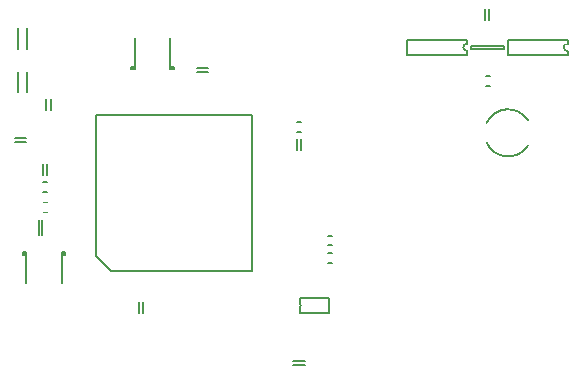
<source format=gbo>
G04 Layer_Color=32896*
%FSLAX24Y24*%
%MOIN*%
G70*
G01*
G75*
%ADD51C,0.0079*%
%ADD53C,0.0050*%
%ADD92C,0.0040*%
D51*
X10650Y5817D02*
G03*
X10650Y5915I0J49D01*
G01*
X16234Y14590D02*
G03*
X16234Y14340I0J-125D01*
G01*
X19581Y14590D02*
G03*
X19581Y14340I0J-125D01*
G01*
X16882Y11287D02*
G03*
X18262Y11191I716J327D01*
G01*
Y12037D02*
G03*
X16882Y11942I-664J-423D01*
G01*
X10650Y5915D02*
Y6118D01*
Y5614D02*
Y5817D01*
Y5614D02*
X11634D01*
Y6118D01*
X10650D02*
X11634D01*
X3852Y7508D02*
Y12211D01*
X9061D01*
Y7002D02*
Y12211D01*
X4358Y7002D02*
X9061D01*
X3852Y7508D02*
X4358Y7002D01*
X16234Y14222D02*
Y14340D01*
Y14590D02*
Y14707D01*
X14234D02*
X16234D01*
X14234Y14222D02*
Y14707D01*
Y14222D02*
X16234D01*
X16348Y14396D02*
Y14494D01*
Y14396D02*
X17470D01*
Y14494D01*
X16348D02*
X17470D01*
X19581Y14222D02*
Y14340D01*
Y14590D02*
Y14707D01*
X17581D02*
X19581D01*
X17581Y14222D02*
Y14707D01*
Y14222D02*
X19581D01*
D53*
X11594Y7601D02*
X11714D01*
X11594Y7281D02*
X11714D01*
X10442Y3867D02*
X10817D01*
X10442Y4007D02*
X10817D01*
X11594Y7872D02*
X11714D01*
X11594Y8191D02*
X11714D01*
X7214Y13771D02*
X7589D01*
X7214Y13631D02*
X7589D01*
X10700Y11033D02*
Y11408D01*
X10560Y11033D02*
Y11408D01*
X10570Y11971D02*
X10690D01*
X10570Y11651D02*
X10690D01*
X5424Y5600D02*
Y5975D01*
X5284Y5600D02*
Y5975D01*
X2717Y7598D02*
X2835D01*
X2717Y7559D02*
X2835D01*
Y7638D01*
X1417Y7559D02*
Y7638D01*
Y7559D02*
X1535D01*
X1417Y7598D02*
X1535D01*
Y6614D02*
Y7638D01*
X1417D02*
X1535D01*
X2717D02*
X2835D01*
X2717Y6614D02*
Y7638D01*
X2067Y8208D02*
Y8721D01*
X1949Y8208D02*
Y8721D01*
X2095Y10206D02*
Y10581D01*
X2235Y10206D02*
Y10581D01*
X2213Y12372D02*
Y12747D01*
X2353Y12372D02*
Y12747D01*
X2105Y9963D02*
X2225D01*
X2105Y9643D02*
X2225D01*
X1151Y11448D02*
X1526D01*
X1151Y11308D02*
X1526D01*
X5039Y13780D02*
X5157D01*
X5039Y13819D02*
X5157D01*
X5039Y13740D02*
Y13819D01*
X6457Y13740D02*
Y13819D01*
X6339D02*
X6457D01*
X6339Y13780D02*
X6457D01*
X6339Y13740D02*
Y14764D01*
Y13740D02*
X6457D01*
X5039D02*
X5157D01*
Y14764D01*
X1575Y14419D02*
Y15109D01*
X1260Y14419D02*
Y15109D01*
X1575Y12962D02*
Y13652D01*
X1260Y12962D02*
Y13652D01*
X16960Y15364D02*
Y15739D01*
X16820Y15364D02*
Y15739D01*
X16869Y13186D02*
X16989D01*
X16869Y13506D02*
X16989D01*
D92*
X2105Y8974D02*
X2225D01*
X2105Y9294D02*
X2225D01*
M02*

</source>
